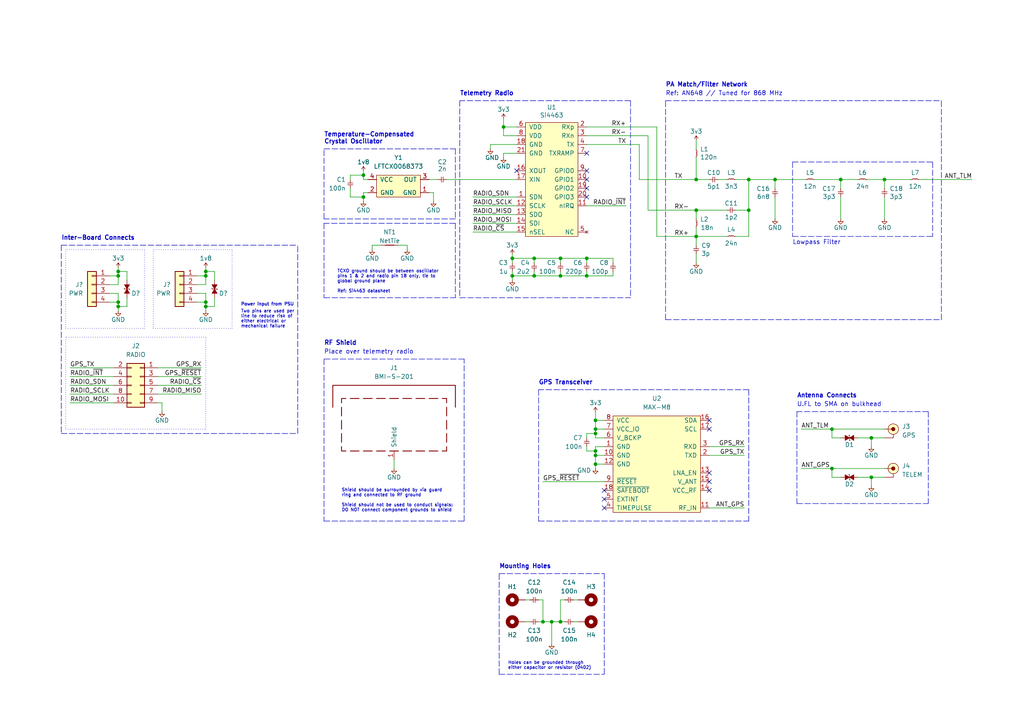
<source format=kicad_sch>
(kicad_sch (version 20211123) (generator eeschema)
  (paper "A4")
  (title_block (title "Lychee Flight Computer") (date "2021-12-31") (rev "1") (company "Cambridge University Spaceflight") (comment 1 "Drawn By H. Franks"))
  (lib_symbols
    (symbol "Strix:1v8" (power) (pin_numbers hide) (pin_names (offset 1.016) hide)
      (property "Value" "1v8" (at 0 2.286 0))
      (symbol "1v8_0_1"
        (polyline (pts (xy 0 1.27) (xy 0.508 0.508)))
        (polyline (pts (xy 0 0) (xy 0 1.27) (xy -0.508 0.508)))
      )
      (symbol "1v8_1_1"
        (pin power_in line (at 0 0 180) (length 0) hide (name "1v8") (number "1"))
      )
    )
    (symbol "Strix:3v3" (power) (pin_numbers hide) (pin_names (offset 1.016) hide)
      (property "Value" "3v3" (at 0 2.286 0))
      (symbol "3v3_0_1"
        (polyline (pts (xy 0 1.27) (xy 0.508 0.508)))
        (polyline (pts (xy 0 0) (xy 0 1.27) (xy -0.508 0.508)))
      )
      (symbol "3v3_1_1"
        (pin power_in line (at 0 0 180) (length 0) hide (name "3v3") (number "1"))
      )
    )
    (symbol "Strix:BMI-S-201" (pin_names (offset 1.016))
      (property "Reference" "J" (at 0 5.08 0))
      (property "Value" "BMI-S-201" (at 0 2.54 0))
      (symbol "BMI-S-201_0_1"
        (polyline (pts (xy -15.24 -5.08) (xy -15.24 -2.54)) (stroke (width 0.254)))
        (polyline (pts (xy -15.24 -1.27) (xy -15.24 1.27)) (stroke (width 0.254)))
        (polyline (pts (xy -15.24 2.54) (xy -15.24 5.08)) (stroke (width 0.254)))
        (polyline (pts (xy -12.7 7.62) (xy -10.16 7.62)) (stroke (width 0.254)))
        (polyline (pts (xy -10.16 -7.62) (xy -12.7 -7.62)) (stroke (width 0.254)))
        (polyline (pts (xy -6.35 -7.62) (xy -8.89 -7.62)) (stroke (width 0.254)))
        (polyline (pts (xy -6.35 7.62) (xy -8.89 7.62)) (stroke (width 0.254)))
        (polyline (pts (xy -2.54 -7.62) (xy -5.08 -7.62)) (stroke (width 0.254)))
        (polyline (pts (xy -2.54 7.62) (xy -5.08 7.62)) (stroke (width 0.254)))
        (polyline (pts (xy -1.27 -7.62) (xy 1.27 -7.62)) (stroke (width 0.254)))
        (polyline (pts (xy 1.27 7.62) (xy -1.27 7.62)) (stroke (width 0.254)))
        (polyline (pts (xy 2.54 -7.62) (xy 5.08 -7.62)) (stroke (width 0.254)))
        (polyline (pts (xy 5.08 7.62) (xy 2.54 7.62)) (stroke (width 0.254)))
        (polyline (pts (xy 6.35 -7.62) (xy 8.89 -7.62)) (stroke (width 0.254)))
        (polyline (pts (xy 8.89 7.62) (xy 6.35 7.62)) (stroke (width 0.254)))
        (polyline (pts (xy 10.16 -7.62) (xy 12.7 -7.62)) (stroke (width 0.254)))
        (polyline (pts (xy 12.7 7.62) (xy 10.16 7.62)) (stroke (width 0.254)))
        (polyline (pts (xy 15.24 -5.08) (xy 15.24 -2.54)) (stroke (width 0.254)))
        (polyline (pts (xy 15.24 -1.27) (xy 15.24 1.27)) (stroke (width 0.254)))
        (polyline (pts (xy 15.24 2.54) (xy 15.24 5.08)) (stroke (width 0.254)))
        (polyline (pts (xy -15.24 6.35) (xy -15.24 7.62) (xy -13.97 7.62)) (stroke (width 0.254)))
        (polyline (pts (xy -13.97 -7.62) (xy -15.24 -7.62) (xy -15.24 -6.35)) (stroke (width 0.254)))
        (polyline (pts (xy 13.97 -7.62) (xy 15.24 -7.62) (xy 15.24 -6.35)) (stroke (width 0.254)))
        (polyline (pts (xy 15.24 6.35) (xy 15.24 7.62) (xy 13.97 7.62)) (stroke (width 0.254)))
        (polyline (pts (xy -17.78 5.08) (xy -17.78 11.43) (xy 17.78 11.43) (xy 17.78 5.08)) (stroke (width 0.254)))
      )
      (symbol "BMI-S-201_1_1"
        (pin passive line (at 0 -10.16 90) (length 2.54) (name "Shield") (number "1"))
      )
    )
    (symbol "Strix:C" (pin_numbers hide) (pin_names (offset 1.016) hide)
      (property "Reference" "C" (at 1.27 1.778 0))
      (property "Value" "C" (at 1.27 -1.778 0))
      (symbol "C_0_1"
        (polyline (pts (xy 1.016 0.762) (xy 1.016 -0.762)))
        (polyline (pts (xy 1.524 0.762) (xy 1.524 -0.762)))
      )
      (symbol "C_1_1"
        (pin passive line (at 0 0 0) (length 1.016) (name "~") (number "1"))
        (pin passive line (at 2.54 0 180) (length 1.016) (name "~") (number "2"))
      )
    )
    (symbol "Strix:Coax" (pin_numbers hide) (pin_names (offset 1.016) hide)
      (property "Reference" "J" (at 0 2.54 0))
      (property "Value" "Coax" (at 0 -3.81 0))
      (symbol "Coax_0_1"
        (polyline (pts (xy 0 -1.524) (xy 0 -2.54)))
        (circle (center 0 0) (radius 0.508) (fill (type outline)))
        (circle (center 0 0) (radius 1.524) (fill (type background)))
      )
      (symbol "Coax_1_1"
        (pin bidirectional line (at -2.54 0 0) (length 2.54) (name "RF") (number "1"))
        (pin power_in line (at -2.54 -2.54 0) (length 2.54) (name "GND") (number "2"))
      )
    )
    (symbol "Strix:Conn_01x04" (pin_names (offset 1.016) hide)
      (property "Reference" "J" (at 0 5.08 0))
      (property "Value" "Conn_01x04" (at 0 -7.62 0))
      (symbol "Conn_01x04_1_1"
        (rectangle (start -1.27 -4.953) (end 0 -5.207) (stroke (width 0.1524)))
        (rectangle (start -1.27 -2.413) (end 0 -2.667) (stroke (width 0.1524)))
        (rectangle (start -1.27 0.127) (end 0 -0.127) (stroke (width 0.1524)))
        (rectangle (start -1.27 2.667) (end 0 2.413) (stroke (width 0.1524)))
        (rectangle (start -1.27 3.81) (end 1.27 -6.35) (stroke (width 0.254)) (fill (type background)))
        (pin passive line (at -5.08 2.54 0) (length 3.81) (name "Pin_1") (number "1"))
        (pin passive line (at -5.08 0 0) (length 3.81) (name "Pin_2") (number "2"))
        (pin passive line (at -5.08 -2.54 0) (length 3.81) (name "Pin_3") (number "3"))
        (pin passive line (at -5.08 -5.08 0) (length 3.81) (name "Pin_4") (number "4"))
      )
    )
    (symbol "Strix:Conn_02x05" (pin_names (offset 1.016) hide)
      (property "Reference" "J" (at 1.27 7.62 0))
      (property "Value" "Conn_02x05" (at 1.27 -7.62 0))
      (symbol "Conn_02x05_1_1"
        (rectangle (start -1.27 -4.953) (end 0 -5.207) (stroke (width 0.1524)))
        (rectangle (start -1.27 -2.413) (end 0 -2.667) (stroke (width 0.1524)))
        (rectangle (start -1.27 0.127) (end 0 -0.127) (stroke (width 0.1524)))
        (rectangle (start -1.27 2.667) (end 0 2.413) (stroke (width 0.1524)))
        (rectangle (start -1.27 5.207) (end 0 4.953) (stroke (width 0.1524)))
        (rectangle (start -1.27 6.35) (end 3.81 -6.35) (stroke (width 0.254)) (fill (type background)))
        (rectangle (start 3.81 -4.953) (end 2.54 -5.207) (stroke (width 0.1524)))
        (rectangle (start 3.81 -2.413) (end 2.54 -2.667) (stroke (width 0.1524)))
        (rectangle (start 3.81 0.127) (end 2.54 -0.127) (stroke (width 0.1524)))
        (rectangle (start 3.81 2.667) (end 2.54 2.413) (stroke (width 0.1524)))
        (rectangle (start 3.81 5.207) (end 2.54 4.953) (stroke (width 0.1524)))
        (pin passive line (at -5.08 5.08 0) (length 3.81) (name "Pin_1") (number "1"))
        (pin passive line (at 7.62 -5.08 180) (length 3.81) (name "Pin_10") (number "10"))
        (pin passive line (at 7.62 5.08 180) (length 3.81) (name "Pin_2") (number "2"))
        (pin passive line (at -5.08 2.54 0) (length 3.81) (name "Pin_3") (number "3"))
        (pin passive line (at 7.62 2.54 180) (length 3.81) (name "Pin_4") (number "4"))
        (pin passive line (at -5.08 0 0) (length 3.81) (name "Pin_5") (number "5"))
        (pin passive line (at 7.62 0 180) (length 3.81) (name "Pin_6") (number "6"))
        (pin passive line (at -5.08 -2.54 0) (length 3.81) (name "Pin_7") (number "7"))
        (pin passive line (at 7.62 -2.54 180) (length 3.81) (name "Pin_8") (number "8"))
        (pin passive line (at -5.08 -5.08 0) (length 3.81) (name "Pin_9") (number "9"))
      )
    )
    (symbol "Strix:D_ESD" (pin_numbers hide) (pin_names (offset 0) hide)
      (property "Reference" "D" (at -1.27 2.54 0))
      (symbol "D_ESD_0_1"
        (polyline (pts (xy 0 -0.762) (xy 0.254 -0.762)))
        (polyline (pts (xy 0 0.762) (xy -0.254 0.762)))
        (polyline (pts (xy 0 0.762) (xy 0 -0.762)))
        (polyline (pts (xy 0 0) (xy -1.27 0.762) (xy -1.27 -0.762) (xy 0 0)) (fill (type outline)))
        (polyline (pts (xy 0 0) (xy 1.27 0.762) (xy 1.27 -0.762) (xy 0 0)) (fill (type outline)))
      )
      (symbol "D_ESD_1_1"
        (pin passive line (at -2.54 0 0) (length 1.27) (name "1") (number "1"))
        (pin passive line (at 2.54 0 180) (length 1.27) (name "2") (number "2"))
      )
    )
    (symbol "Strix:GND" (power) (pin_numbers hide) (pin_names (offset 1.016) hide)
      (property "Value" "GND" (at 0 -2.54 0))
      (symbol "GND_0_1"
        (polyline (pts (xy 0 0) (xy 0 -0.762)))
        (polyline (pts (xy -0.762 -0.762) (xy 0.762 -0.762) (xy 0 -1.524) (xy -0.762 -0.762)) (fill (type background)))
      )
      (symbol "GND_1_1"
        (pin power_in line (at 0 0 180) (length 0) hide (name "GND") (number "1"))
      )
    )
    (symbol "Strix:L" (pin_numbers hide) (pin_names (offset 1.016) hide)
      (property "Reference" "L" (at 1.27 1.27 0))
      (property "Value" "L" (at 1.27 -1.27 0))
      (symbol "L_0_1"
        (arc (start 1.016 0) (mid 0.762 0.254) (end 0.508 0))
        (arc (start 1.524 0) (mid 1.27 0.254) (end 1.016 0))
        (arc (start 2.032 0) (mid 1.778 0.254) (end 1.524 0))
      )
      (symbol "L_1_1"
        (pin passive line (at 0 0 0) (length 0.508) (name "~") (number "1"))
        (pin passive line (at 2.54 0 180) (length 0.508) (name "~") (number "2"))
      )
    )
    (symbol "Strix:LFTCXO068373" (pin_names (offset 1.016))
      (property "Reference" "Y" (at 0 3.81 0))
      (property "Value" "LFTCXO068373" (at 0 -5.08 0))
      (symbol "LFTCXO068373_0_1"
        (rectangle (start -6.35 2.54) (end 6.35 -3.81) (fill (type background)))
      )
      (symbol "LFTCXO068373_1_1"
        (pin power_in line (at 8.89 -2.54 180) (length 2.54) (name "GND") (number "1"))
        (pin power_in line (at -8.89 -2.54 0) (length 2.54) (name "GND") (number "2"))
        (pin output line (at 8.89 1.27 180) (length 2.54) (name "OUT") (number "3"))
        (pin power_in line (at -8.89 1.27 0) (length 2.54) (name "VCC") (number "4"))
      )
    )
    (symbol "Strix:MAX-M8" (pin_names (offset 1.016))
      (property "Reference" "U" (at -12.7 15.24 0))
      (property "Value" "MAX-M8" (at -12.7 -15.24 0))
      (symbol "MAX-M8_0_0"
        (pin power_in line (at -15.24 5.08 0) (length 2.54) (name "GND") (number "1"))
        (pin power_in line (at -15.24 2.54 0) (length 2.54) (name "GND") (number "10"))
        (pin input line (at 15.24 -12.7 180) (length 2.54) (name "RF_IN") (number "11"))
        (pin power_in line (at -15.24 0 0) (length 2.54) (name "GND") (number "12"))
        (pin output line (at 15.24 -2.54 180) (length 2.54) (name "LNA_EN") (number "13"))
        (pin power_out line (at 15.24 -7.62 180) (length 2.54) (name "VCC_RF") (number "14"))
        (pin power_in line (at 15.24 -5.08 180) (length 2.54) (name "V_ANT") (number "15"))
        (pin bidirectional line (at 15.24 12.7 180) (length 2.54) (name "SDA") (number "16"))
        (pin bidirectional line (at 15.24 10.16 180) (length 2.54) (name "SCL") (number "17"))
        (pin input line (at -15.24 -7.62 0) (length 2.54) (name "~{SAFEBOOT}") (number "18"))
        (pin input line (at 15.24 2.54 180) (length 2.54) (name "TXD") (number "2"))
        (pin input line (at 15.24 5.08 180) (length 2.54) (name "RXD") (number "3"))
        (pin output line (at -15.24 -12.7 0) (length 2.54) (name "TIMEPULSE") (number "4"))
        (pin input line (at -15.24 -10.16 0) (length 2.54) (name "EXTINT") (number "5"))
        (pin power_in line (at -15.24 7.62 0) (length 2.54) (name "V_BCKP") (number "6"))
        (pin power_in line (at -15.24 10.16 0) (length 2.54) (name "VCC_IO") (number "7"))
        (pin power_in line (at -15.24 12.7 0) (length 2.54) (name "VCC") (number "8"))
        (pin input line (at -15.24 -5.08 0) (length 2.54) (name "~{RESET}") (number "9"))
      )
      (symbol "MAX-M8_0_1"
        (rectangle (start -12.7 13.97) (end 12.7 -13.97) (fill (type background)))
      )
    )
    (symbol "Strix:MountingHole_Pad" (pin_numbers hide) (pin_names (offset 1.016) hide)
      (property "Reference" "H" (at 0 6.35 0))
      (property "Value" "MountingHole_Pad" (at 0 4.445 0))
      (symbol "MountingHole_Pad_0_1"
        (circle (center 0 1.27) (radius 1.27) (stroke (width 1.27)))
      )
      (symbol "MountingHole_Pad_1_1"
        (pin input line (at 0 -2.54 90) (length 2.54) (name "1") (number "1"))
      )
    )
    (symbol "Strix:NetTie" (pin_numbers hide) (pin_names (offset 0) hide)
      (property "Reference" "NT" (at 0 1.27 0))
      (property "Value" "NetTie" (at 0 -1.27 0))
      (symbol "NetTie_0_1"
        (polyline (pts (xy -1.27 0) (xy 1.27 0)) (stroke (width 0.254)))
      )
      (symbol "NetTie_1_1"
        (pin passive line (at -2.54 0 0) (length 2.54) (name "1") (number "1"))
        (pin passive line (at 2.54 0 180) (length 2.54) (name "2") (number "2"))
      )
    )
    (symbol "Strix:Si4463" (pin_names (offset 1.016))
      (property "Reference" "U" (at -7.62 17.78 0))
      (property "Value" "Si4463" (at -7.62 -17.78 0))
      (symbol "Si4463_0_1"
        (rectangle (start -7.62 16.51) (end 7.62 -16.51) (fill (type background)))
      )
      (symbol "Si4463_1_1"
        (pin input line (at -10.16 -5.08 0) (length 2.54) (name "SDN") (number "1"))
        (pin bidirectional line (at 10.16 0 180) (length 2.54) (name "GPIO1") (number "10"))
        (pin output line (at 10.16 -7.62 180) (length 2.54) (name "nIRQ") (number "11"))
        (pin input line (at -10.16 -7.62 0) (length 2.54) (name "SCLK") (number "12"))
        (pin output line (at -10.16 -10.16 0) (length 2.54) (name "SDO") (number "13"))
        (pin input line (at -10.16 -12.7 0) (length 2.54) (name "SDI") (number "14"))
        (pin input line (at -10.16 -15.24 0) (length 2.54) (name "nSEL") (number "15"))
        (pin output line (at -10.16 2.54 0) (length 2.54) (name "XOUT") (number "16"))
        (pin input line (at -10.16 0 0) (length 2.54) (name "XIN") (number "17"))
        (pin power_in line (at -10.16 10.16 0) (length 2.54) (name "GND") (number "18"))
        (pin bidirectional line (at 10.16 -2.54 180) (length 2.54) (name "GPIO2") (number "19"))
        (pin input line (at 10.16 15.24 180) (length 2.54) (name "RXp") (number "2"))
        (pin bidirectional line (at 10.16 -5.08 180) (length 2.54) (name "GPIO3") (number "20"))
        (pin power_in line (at -10.16 7.62 0) (length 2.54) (name "GND") (number "21"))
        (pin input line (at 10.16 12.7 180) (length 2.54) (name "RXn") (number "3"))
        (pin output line (at 10.16 10.16 180) (length 2.54) (name "TX") (number "4"))
        (pin no_connect line (at 10.16 -15.24 180) (length 2.54) (name "NC") (number "5"))
        (pin power_in line (at -10.16 15.24 0) (length 2.54) (name "VDD") (number "6"))
        (pin output line (at 10.16 7.62 180) (length 2.54) (name "TXRAMP") (number "7"))
        (pin power_in line (at -10.16 12.7 0) (length 2.54) (name "VDD") (number "8"))
        (pin bidirectional line (at 10.16 2.54 180) (length 2.54) (name "GPIO0") (number "9"))
      )
    )
    (symbol "Strix:TCXO GND" (power) (pin_numbers hide) (pin_names (offset 1.016) hide)
      (property "Value" "TCXO GND" (at 0 -2.54 0))
      (symbol "TCXO GND_0_1"
        (polyline (pts (xy 0 0) (xy 0 -0.762)))
        (polyline (pts (xy -0.762 -0.762) (xy 0.762 -0.762) (xy 0 -1.524) (xy -0.762 -0.762)) (fill (type background)))
      )
      (symbol "TCXO GND_1_1"
        (pin power_in line (at 0 0 180) (length 0) hide (name "GND") (number "1"))
      )
    )
  )
  (junction (at 162.56 80.01))
  (junction (at 243.84 52.07))
  (junction (at 154.94 74.93))
  (junction (at 105.41 57.15))
  (junction (at 252.73 138.43))
  (junction (at 201.93 60.96))
  (junction (at 170.18 74.93))
  (junction (at 170.18 80.01))
  (junction (at 224.79 52.07))
  (junction (at 105.41 50.8))
  (junction (at 162.56 180.34))
  (junction (at 172.72 134.62))
  (junction (at 59.69 78.74))
  (junction (at 157.48 180.34))
  (junction (at 241.3 135.89))
  (junction (at 34.29 78.74))
  (junction (at 252.73 127))
  (junction (at 162.56 74.93))
  (junction (at 160.02 180.34))
  (junction (at 59.69 88.9))
  (junction (at 34.29 80.01))
  (junction (at 172.72 124.46))
  (junction (at 146.05 36.83))
  (junction (at 256.54 52.07))
  (junction (at 172.72 132.08))
  (junction (at 148.59 74.93))
  (junction (at 59.69 87.63))
  (junction (at 241.3 124.46))
  (junction (at 172.72 130.81))
  (junction (at 201.93 68.58))
  (junction (at 59.69 80.01))
  (junction (at 201.93 52.07))
  (junction (at 148.59 80.01))
  (junction (at 172.72 125.73))
  (junction (at 34.29 88.9))
  (junction (at 154.94 80.01))
  (junction (at 172.72 121.92))
  (junction (at 34.29 87.63))
  (junction (at 217.17 60.96))
  (junction (at 217.17 52.07))
  (no_connect (at 205.74 124.46))
  (no_connect (at 175.26 144.78))
  (no_connect (at 170.18 57.15))
  (no_connect (at 205.74 139.7))
  (no_connect (at 170.18 54.61))
  (no_connect (at 170.18 49.53))
  (no_connect (at 205.74 121.92))
  (no_connect (at 175.26 147.32))
  (no_connect (at 205.74 142.24))
  (no_connect (at 170.18 44.45))
  (no_connect (at 175.26 142.24))
  (no_connect (at 149.86 49.53))
  (no_connect (at 205.74 137.16))
  (no_connect (at 170.18 52.07))
  (polyline (pts (xy 193.04 29.21) (xy 273.05 29.21)))
  (wire (pts (xy 36.83 81.28) (xy 36.83 78.74)))
  (wire (pts (xy 101.6 54.61) (xy 101.6 57.15)))
  (polyline (pts (xy 182.88 29.21) (xy 133.35 29.21)))
  (wire (pts (xy 185.42 41.91) (xy 185.42 52.07)))
  (wire (pts (xy 170.18 59.69) (xy 181.61 59.69)))
  (wire (pts (xy 62.23 86.36) (xy 62.23 88.9)))
  (polyline (pts (xy 144.78 166.37) (xy 175.26 166.37)))
  (polyline (pts (xy 133.35 86.36) (xy 182.88 86.36)))
  (wire (pts (xy 157.48 139.7) (xy 175.26 139.7)))
  (polyline (pts (xy 273.05 92.71) (xy 273.05 29.21)))
  (wire (pts (xy 248.92 138.43) (xy 252.73 138.43)))
  (wire (pts (xy 172.72 135.89) (xy 172.72 134.62)))
  (wire (pts (xy 162.56 80.01) (xy 162.56 78.74)))
  (wire (pts (xy 170.18 125.73) (xy 170.18 127)))
  (wire (pts (xy 58.42 109.22) (xy 45.72 109.22)))
  (polyline (pts (xy 229.87 46.99) (xy 229.87 68.58)))
  (wire (pts (xy 57.15 82.55) (xy 59.69 82.55)))
  (polyline (pts (xy 19.05 97.79) (xy 19.05 124.46)) (stroke (width 0) (type dot)))
  (wire (pts (xy 154.94 74.93) (xy 154.94 76.2)))
  (polyline (pts (xy 134.62 104.14) (xy 93.98 104.14)))
  (wire (pts (xy 172.72 124.46) (xy 172.72 125.73)))
  (wire (pts (xy 58.42 111.76) (xy 45.72 111.76)))
  (wire (pts (xy 148.59 80.01) (xy 154.94 80.01)))
  (wire (pts (xy 62.23 81.28) (xy 62.23 78.74)))
  (wire (pts (xy 152.4 180.34) (xy 153.67 180.34)))
  (wire (pts (xy 152.4 173.99) (xy 153.67 173.99)))
  (polyline (pts (xy 231.14 119.38) (xy 231.14 146.05)))
  (wire (pts (xy 34.29 80.01) (xy 34.29 82.55)))
  (polyline (pts (xy 44.45 72.39) (xy 44.45 95.25)) (stroke (width 0) (type dot)))
  (wire (pts (xy 201.93 68.58) (xy 201.93 71.12)))
  (wire (pts (xy 156.21 180.34) (xy 157.48 180.34)))
  (wire (pts (xy 213.36 60.96) (xy 217.17 60.96)))
  (wire (pts (xy 34.29 87.63) (xy 34.29 88.9)))
  (wire (pts (xy 162.56 173.99) (xy 163.83 173.99)))
  (wire (pts (xy 59.69 85.09) (xy 59.69 87.63)))
  (wire (pts (xy 243.84 54.61) (xy 243.84 52.07)))
  (wire (pts (xy 31.75 85.09) (xy 34.29 85.09)))
  (polyline (pts (xy 17.78 71.12) (xy 17.78 125.73)))
  (wire (pts (xy 59.69 80.01) (xy 59.69 82.55)))
  (wire (pts (xy 59.69 77.47) (xy 59.69 78.74)))
  (polyline (pts (xy 144.78 195.58) (xy 144.78 166.37)))
  (wire (pts (xy 148.59 74.93) (xy 148.59 76.2)))
  (wire (pts (xy 170.18 74.93) (xy 170.18 76.2)))
  (wire (pts (xy 172.72 129.54) (xy 175.26 129.54)))
  (wire (pts (xy 157.48 173.99) (xy 157.48 180.34)))
  (wire (pts (xy 252.73 127) (xy 252.73 129.54)))
  (wire (pts (xy 256.54 138.43) (xy 252.73 138.43)))
  (wire (pts (xy 170.18 80.01) (xy 177.8 80.01)))
  (wire (pts (xy 170.18 41.91) (xy 185.42 41.91)))
  (polyline (pts (xy 17.78 125.73) (xy 86.36 125.73)))
  (wire (pts (xy 36.83 86.36) (xy 36.83 88.9)))
  (wire (pts (xy 243.84 127) (xy 241.3 127)))
  (wire (pts (xy 256.54 52.07) (xy 256.54 54.61)))
  (wire (pts (xy 172.72 132.08) (xy 172.72 130.81)))
  (wire (pts (xy 162.56 173.99) (xy 162.56 180.34)))
  (wire (pts (xy 232.41 124.46) (xy 241.3 124.46)))
  (wire (pts (xy 205.74 147.32) (xy 215.9 147.32)))
  (wire (pts (xy 170.18 129.54) (xy 170.18 130.81)))
  (wire (pts (xy 190.5 36.83) (xy 190.5 68.58)))
  (wire (pts (xy 170.18 130.81) (xy 172.72 130.81)))
  (wire (pts (xy 217.17 60.96) (xy 217.17 68.58)))
  (wire (pts (xy 31.75 82.55) (xy 34.29 82.55)))
  (wire (pts (xy 177.8 80.01) (xy 177.8 78.74)))
  (wire (pts (xy 172.72 127) (xy 175.26 127)))
  (wire (pts (xy 248.92 127) (xy 252.73 127)))
  (wire (pts (xy 156.21 173.99) (xy 157.48 173.99)))
  (wire (pts (xy 170.18 36.83) (xy 190.5 36.83)))
  (wire (pts (xy 101.6 50.8) (xy 105.41 50.8)))
  (wire (pts (xy 36.83 78.74) (xy 34.29 78.74)))
  (wire (pts (xy 266.7 52.07) (xy 281.94 52.07)))
  (polyline (pts (xy 132.08 64.77) (xy 93.98 64.77)))
  (wire (pts (xy 170.18 80.01) (xy 162.56 80.01)))
  (wire (pts (xy 205.74 129.54) (xy 215.9 129.54)))
  (wire (pts (xy 201.93 66.04) (xy 201.93 68.58)))
  (wire (pts (xy 105.41 50.8) (xy 105.41 52.07)))
  (wire (pts (xy 241.3 127) (xy 241.3 124.46)))
  (wire (pts (xy 34.29 80.01) (xy 31.75 80.01)))
  (wire (pts (xy 248.92 52.07) (xy 243.84 52.07)))
  (wire (pts (xy 233.68 52.07) (xy 224.79 52.07)))
  (wire (pts (xy 172.72 130.81) (xy 172.72 129.54)))
  (wire (pts (xy 58.42 106.68) (xy 45.72 106.68)))
  (wire (pts (xy 59.69 87.63) (xy 59.69 88.9)))
  (wire (pts (xy 201.93 73.66) (xy 201.93 76.2)))
  (wire (pts (xy 118.11 71.12) (xy 118.11 72.39)))
  (wire (pts (xy 34.29 78.74) (xy 34.29 80.01)))
  (polyline (pts (xy 133.35 29.21) (xy 133.35 86.36)))
  (wire (pts (xy 162.56 180.34) (xy 163.83 180.34)))
  (polyline (pts (xy 175.26 166.37) (xy 175.26 195.58)))
  (wire (pts (xy 62.23 88.9) (xy 59.69 88.9)))
  (polyline (pts (xy 229.87 68.58) (xy 270.51 68.58)))
  (wire (pts (xy 224.79 54.61) (xy 224.79 52.07)))
  (wire (pts (xy 201.93 43.18) (xy 201.93 40.64)))
  (polyline (pts (xy 17.78 71.12) (xy 86.36 71.12)))
  (wire (pts (xy 172.72 134.62) (xy 175.26 134.62)))
  (wire (pts (xy 106.68 52.07) (xy 105.41 52.07)))
  (wire (pts (xy 172.72 124.46) (xy 175.26 124.46)))
  (polyline (pts (xy 93.98 64.77) (xy 93.98 86.36)))
  (wire (pts (xy 20.32 116.84) (xy 33.02 116.84)))
  (wire (pts (xy 172.72 119.38) (xy 172.72 121.92)))
  (wire (pts (xy 34.29 77.47) (xy 34.29 78.74)))
  (wire (pts (xy 185.42 52.07) (xy 201.93 52.07)))
  (wire (pts (xy 160.02 186.69) (xy 160.02 180.34)))
  (polyline (pts (xy 132.08 63.5) (xy 93.98 63.5)))
  (wire (pts (xy 148.59 74.93) (xy 148.59 73.66)))
  (polyline (pts (xy 93.98 86.36) (xy 132.08 86.36)))
  (wire (pts (xy 187.96 39.37) (xy 187.96 60.96)))
  (wire (pts (xy 137.16 64.77) (xy 149.86 64.77)))
  (polyline (pts (xy 44.45 95.25) (xy 67.31 95.25)) (stroke (width 0) (type dot)))
  (wire (pts (xy 210.82 52.07) (xy 208.28 52.07)))
  (wire (pts (xy 101.6 52.07) (xy 101.6 50.8)))
  (wire (pts (xy 201.93 63.5) (xy 201.93 60.96)))
  (wire (pts (xy 146.05 34.29) (xy 146.05 36.83)))
  (wire (pts (xy 105.41 57.15) (xy 105.41 58.42)))
  (wire (pts (xy 59.69 88.9) (xy 59.69 90.17)))
  (wire (pts (xy 205.74 52.07) (xy 201.93 52.07)))
  (wire (pts (xy 142.24 41.91) (xy 142.24 43.18)))
  (polyline (pts (xy 93.98 43.18) (xy 132.08 43.18)))
  (wire (pts (xy 162.56 74.93) (xy 154.94 74.93)))
  (polyline (pts (xy 132.08 64.77) (xy 132.08 86.36)))
  (wire (pts (xy 148.59 80.01) (xy 148.59 81.28)))
  (wire (pts (xy 57.15 85.09) (xy 59.69 85.09)))
  (polyline (pts (xy 93.98 63.5) (xy 93.98 43.18)))
  (wire (pts (xy 146.05 39.37) (xy 146.05 36.83)))
  (wire (pts (xy 256.54 127) (xy 252.73 127)))
  (wire (pts (xy 213.36 52.07) (xy 217.17 52.07)))
  (polyline (pts (xy 217.17 113.03) (xy 217.17 151.13)))
  (wire (pts (xy 59.69 80.01) (xy 57.15 80.01)))
  (wire (pts (xy 146.05 44.45) (xy 146.05 45.72)))
  (wire (pts (xy 210.82 68.58) (xy 201.93 68.58)))
  (polyline (pts (xy 59.69 97.79) (xy 19.05 97.79)) (stroke (width 0) (type dot)))
  (polyline (pts (xy 67.31 72.39) (xy 44.45 72.39)) (stroke (width 0) (type dot)))
  (wire (pts (xy 105.41 49.53) (xy 105.41 50.8)))
  (wire (pts (xy 166.37 180.34) (xy 167.64 180.34)))
  (polyline (pts (xy 93.98 104.14) (xy 93.98 151.13)))
  (polyline (pts (xy 231.14 146.05) (xy 269.24 146.05)))
  (wire (pts (xy 264.16 52.07) (xy 256.54 52.07)))
  (wire (pts (xy 59.69 87.63) (xy 57.15 87.63)))
  (wire (pts (xy 142.24 41.91) (xy 149.86 41.91)))
  (wire (pts (xy 101.6 57.15) (xy 105.41 57.15)))
  (wire (pts (xy 106.68 55.88) (xy 105.41 55.88)))
  (wire (pts (xy 137.16 62.23) (xy 149.86 62.23)))
  (polyline (pts (xy 86.36 125.73) (xy 86.36 71.12)))
  (wire (pts (xy 36.83 88.9) (xy 34.29 88.9)))
  (wire (pts (xy 172.72 132.08) (xy 175.26 132.08)))
  (polyline (pts (xy 269.24 119.38) (xy 269.24 146.05)))
  (polyline (pts (xy 270.51 46.99) (xy 270.51 68.58)))
  (wire (pts (xy 154.94 80.01) (xy 162.56 80.01)))
  (wire (pts (xy 162.56 76.2) (xy 162.56 74.93)))
  (wire (pts (xy 34.29 88.9) (xy 34.29 90.17)))
  (polyline (pts (xy 41.91 72.39) (xy 19.05 72.39)) (stroke (width 0) (type dot)))
  (wire (pts (xy 146.05 36.83) (xy 149.86 36.83)))
  (wire (pts (xy 62.23 78.74) (xy 59.69 78.74)))
  (polyline (pts (xy 144.78 195.58) (xy 175.26 195.58)))
  (wire (pts (xy 251.46 52.07) (xy 256.54 52.07)))
  (wire (pts (xy 217.17 52.07) (xy 224.79 52.07)))
  (polyline (pts (xy 217.17 113.03) (xy 156.21 113.03)))
  (wire (pts (xy 59.69 78.74) (xy 59.69 80.01)))
  (wire (pts (xy 148.59 78.74) (xy 148.59 80.01)))
  (polyline (pts (xy 59.69 124.46) (xy 59.69 97.79)) (stroke (width 0) (type dot)))
  (wire (pts (xy 217.17 68.58) (xy 213.36 68.58)))
  (wire (pts (xy 105.41 55.88) (xy 105.41 57.15)))
  (wire (pts (xy 154.94 74.93) (xy 148.59 74.93)))
  (polyline (pts (xy 41.91 95.25) (xy 41.91 72.39)) (stroke (width 0) (type dot)))
  (polyline (pts (xy 132.08 43.18) (xy 132.08 63.5)))
  (wire (pts (xy 241.3 138.43) (xy 241.3 135.89)))
  (wire (pts (xy 160.02 180.34) (xy 162.56 180.34)))
  (wire (pts (xy 172.72 125.73) (xy 170.18 125.73)))
  (wire (pts (xy 115.57 71.12) (xy 118.11 71.12)))
  (polyline (pts (xy 193.04 92.71) (xy 273.05 92.71)))
  (polyline (pts (xy 182.88 29.21) (xy 182.88 86.36)))
  (wire (pts (xy 20.32 111.76) (xy 33.02 111.76)))
  (wire (pts (xy 232.41 135.89) (xy 241.3 135.89)))
  (wire (pts (xy 124.46 52.07) (xy 127 52.07)))
  (wire (pts (xy 20.32 106.68) (xy 33.02 106.68)))
  (wire (pts (xy 124.46 55.88) (xy 125.73 55.88)))
  (polyline (pts (xy 19.05 72.39) (xy 19.05 95.25)) (stroke (width 0) (type dot)))
  (wire (pts (xy 252.73 138.43) (xy 252.73 140.97)))
  (wire (pts (xy 46.99 116.84) (xy 46.99 119.38)))
  (wire (pts (xy 172.72 125.73) (xy 172.72 127)))
  (polyline (pts (xy 134.62 151.13) (xy 134.62 104.14)))
  (wire (pts (xy 34.29 87.63) (xy 31.75 87.63)))
  (wire (pts (xy 187.96 60.96) (xy 201.93 60.96)))
  (wire (pts (xy 243.84 57.15) (xy 243.84 63.5)))
  (wire (pts (xy 256.54 135.89) (xy 241.3 135.89)))
  (polyline (pts (xy 93.98 151.13) (xy 134.62 151.13)))
  (wire (pts (xy 129.54 52.07) (xy 149.86 52.07)))
  (wire (pts (xy 20.32 114.3) (xy 33.02 114.3)))
  (wire (pts (xy 170.18 78.74) (xy 170.18 80.01)))
  (wire (pts (xy 217.17 52.07) (xy 217.17 60.96)))
  (wire (pts (xy 58.42 114.3) (xy 45.72 114.3)))
  (wire (pts (xy 149.86 44.45) (xy 146.05 44.45)))
  (wire (pts (xy 154.94 80.01) (xy 154.94 78.74)))
  (wire (pts (xy 20.32 109.22) (xy 33.02 109.22)))
  (wire (pts (xy 172.72 134.62) (xy 172.72 132.08)))
  (wire (pts (xy 137.16 59.69) (xy 149.86 59.69)))
  (wire (pts (xy 190.5 68.58) (xy 201.93 68.58)))
  (polyline (pts (xy 193.04 92.71) (xy 193.04 29.21)))
  (wire (pts (xy 149.86 39.37) (xy 146.05 39.37)))
  (wire (pts (xy 170.18 74.93) (xy 177.8 74.93)))
  (wire (pts (xy 243.84 52.07) (xy 236.22 52.07)))
  (wire (pts (xy 166.37 173.99) (xy 167.64 173.99)))
  (wire (pts (xy 34.29 85.09) (xy 34.29 87.63)))
  (wire (pts (xy 256.54 124.46) (xy 241.3 124.46)))
  (polyline (pts (xy 229.87 46.99) (xy 270.51 46.99)))
  (polyline (pts (xy 156.21 151.13) (xy 217.17 151.13)))
  (polyline (pts (xy 19.05 124.46) (xy 59.69 124.46)) (stroke (width 0) (type dot)))
  (wire (pts (xy 170.18 39.37) (xy 187.96 39.37)))
  (wire (pts (xy 201.93 45.72) (xy 201.93 52.07)))
  (wire (pts (xy 137.16 67.31) (xy 149.86 67.31)))
  (wire (pts (xy 205.74 132.08) (xy 215.9 132.08)))
  (wire (pts (xy 177.8 74.93) (xy 177.8 76.2)))
  (wire (pts (xy 107.95 71.12) (xy 110.49 71.12)))
  (wire (pts (xy 125.73 55.88) (xy 125.73 58.42)))
  (polyline (pts (xy 19.05 95.25) (xy 41.91 95.25)) (stroke (width 0) (type dot)))
  (wire (pts (xy 224.79 57.15) (xy 224.79 63.5)))
  (wire (pts (xy 157.48 180.34) (xy 160.02 180.34)))
  (wire (pts (xy 243.84 138.43) (xy 241.3 138.43)))
  (wire (pts (xy 172.72 121.92) (xy 172.72 124.46)))
  (polyline (pts (xy 67.31 95.25) (xy 67.31 72.39)) (stroke (width 0) (type dot)))
  (wire (pts (xy 172.72 121.92) (xy 175.26 121.92)))
  (polyline (pts (xy 269.24 119.38) (xy 231.14 119.38)))
  (wire (pts (xy 162.56 74.93) (xy 170.18 74.93)))
  (wire (pts (xy 107.95 72.39) (xy 107.95 71.12)))
  (wire (pts (xy 137.16 57.15) (xy 149.86 57.15)))
  (wire (pts (xy 114.3 133.35) (xy 114.3 135.89)))
  (wire (pts (xy 46.99 116.84) (xy 45.72 116.84)))
  (polyline (pts (xy 156.21 113.03) (xy 156.21 151.13)))
  (wire (pts (xy 210.82 60.96) (xy 201.93 60.96)))
  (wire (pts (xy 256.54 57.15) (xy 256.54 63.5)))
  (text "Ref: AN648 // Tuned for 868 MHz" (at 193.04 27.94 0) (effects (font (size 1.27 1.27)) (justify left bottom)))
  (text "PA Match/Filter Network" (at 193.04 25.4 0) (effects (font (size 1.27 1.27) (thickness 0.254) bold) (justify left bottom)))
  (text "TCXO ground should be between oscillator\npins 1 & 2 and radio pin 18 only, tie to\nglobal ground plane\n\nRef: Si4463 datasheet" (at 97.79 85.09 0) (effects (font (size 0.9 0.9)) (justify left bottom)))
  (text "Holes can be grounded through\neither capacitor or resistor (0402)" (at 147.32 194.31 0) (effects (font (size 0.9 0.9)) (justify left bottom)))
  (text "Place over telemetry radio" (at 93.98 102.87 0) (effects (font (size 1.27 1.27)) (justify left bottom)))
  (text "Shield should be surrounded by via guard\nring and connected to RF ground\n\nShield should not be used to conduct signals:\nDO NOT connect component grounds to shield" (at 99.06 148.59 0) (effects (font (size 0.9 0.9)) (justify left bottom)))
  (text "Antenna Connects" (at 231.14 115.57 0) (effects (font (size 1.27 1.27) (thickness 0.254) bold) (justify left bottom)))
  (text "U.FL to SMA on bulkhead" (at 231.14 118.11 0) (effects (font (size 1.27 1.27)) (justify left bottom)))
  (text "Inter-Board Connects" (at 17.78 69.85 0) (effects (font (size 1.27 1.27) (thickness 0.254) bold) (justify left bottom)))
  (text "Lowpass Filter" (at 229.87 71.12 0) (effects (font (size 1.27 1.27)) (justify left bottom)))
  (text "Mounting Holes" (at 144.78 165.1 0) (effects (font (size 1.27 1.27) (thickness 0.254) bold) (justify left bottom)))
  (text "GPS Transceiver" (at 156.21 111.76 0) (effects (font (size 1.27 1.27) (thickness 0.254) bold) (justify left bottom)))
  (text "Two pins are used per\nline to reduce risk of\neither electrical or\nmechanical failure" (at 69.85 95.25 0) (effects (font (size 0.9 0.9)) (justify left bottom)))
  (text "Telemetry Radio" (at 133.35 27.94 0) (effects (font (size 1.27 1.27) (thickness 0.254) bold) (justify left bottom)))
  (text "Temperature-Compensated\nCrystal Oscillator" (at 93.98 41.91 0) (effects (font (size 1.27 1.27) (thickness 0.254) bold) (justify left bottom)))
  (text "RF Shield" (at 93.98 100.33 0) (effects (font (size 1.27 1.27) (thickness 0.254) bold) (justify left bottom)))
  (text "Power input from PSU" (at 69.85 88.9 0) (effects (font (size 0.9 0.9) (thickness 0.18) bold) (justify left bottom)))
  (label "ANT_TLM" (at 232.41 124.46 0))
  (label "RADIO_~{INT}" (at 181.61 59.69 180))
  (label "RX+" (at 195.58 68.58 0))
  (label "GPS_TX" (at 20.32 106.68 0))
  (label "TX" (at 195.58 52.07 0))
  (label "TX" (at 181.61 41.91 180))
  (label "RADIO_~{CS}" (at 58.42 111.76 180))
  (label "RADIO_SCLK" (at 137.16 59.69 0))
  (label "ANT_GPS" (at 215.9 147.32 180))
  (label "RADIO_MOSI" (at 20.32 116.84 0))
  (label "RADIO_SCLK" (at 20.32 114.3 0))
  (label "RX-" (at 195.58 60.96 0))
  (label "GPS_RX" (at 215.9 129.54 180))
  (label "RX-" (at 181.61 39.37 180))
  (label "RADIO_MOSI" (at 137.16 64.77 0))
  (label "ANT_GPS" (at 232.41 135.89 0))
  (label "RADIO_SDN" (at 137.16 57.15 0))
  (label "RADIO_~{INT}" (at 20.32 109.22 0))
  (label "GPS_~{RESET}" (at 157.48 139.7 0))
  (label "RADIO_MISO" (at 58.42 114.3 180))
  (label "RADIO_SDN" (at 20.32 111.76 0))
  (label "GPS_~{RESET}" (at 58.42 109.22 180))
  (label "GPS_RX" (at 58.42 106.68 180))
  (label "RADIO_~{CS}" (at 137.16 67.31 0))
  (label "GPS_TX" (at 215.9 132.08 180))
  (label "ANT_TLM" (at 281.94 52.07 180))
  (label "RADIO_MISO" (at 137.16 62.23 0))
  (label "RX+" (at 181.61 36.83 180))
  (symbol (lib_id "Strix:GND") (at 146.05 45.72 0) (unit 1)
    (property "Reference" "#PWR09" (effects hide))
    (property "Value" "GND" (at 146.05 48.26 0))
  )
  (symbol (lib_id "Strix:3v3") (at 146.05 34.29 0) (unit 1)
    (property "Reference" "#PWR08" (effects hide))
    (property "Value" "3v3" (at 146.05 31.75 0))
  )
  (symbol (lib_id "Strix:3v3") (at 148.59 73.66 0) (unit 1)
    (property "Reference" "#PWR010" (effects hide))
    (property "Value" "3v3" (at 148.59 71.12 0))
  )
  (symbol (lib_id "Strix:GND") (at 148.59 81.28 0) (unit 1)
    (property "Reference" "#PWR011" (effects hide))
    (property "Value" "GND" (at 148.59 83.82 0))
  )
  (symbol (lib_id "Strix:C") (at 177.8 76.2 90) (mirror x) (unit 1)
    (property "Reference" "C8" (at 176.53 76.2 90) (effects (justify left)))
    (property "Value" "100p" (at 176.53 78.74 90) (effects (justify left)))
    (property "Footprint" "Strix:C_0402" (effects hide))
    (property "Farnell" "2906905" (effects hide))
  )
  (symbol (lib_id "Strix:C") (at 170.18 76.2 90) (mirror x) (unit 1)
    (property "Reference" "C6" (at 168.91 76.2 90) (effects (justify left)))
    (property "Value" "220p" (at 168.91 78.74 90) (effects (justify left)))
    (property "Footprint" "Strix:C_0402" (effects hide))
    (property "Farnell" "3019240" (effects hide))
  )
  (symbol (lib_id "Strix:C") (at 162.56 76.2 90) (mirror x) (unit 1)
    (property "Reference" "C5" (at 161.29 76.2 90) (effects (justify left)))
    (property "Value" "100n" (at 161.29 78.74 90) (effects (justify left)))
    (property "Footprint" "Strix:C_0402" (effects hide))
    (property "Farnell" "9402047" (effects hide))
  )
  (symbol (lib_id "Strix:C") (at 154.94 76.2 90) (mirror x) (unit 1)
    (property "Reference" "C4" (at 153.67 76.2 90) (effects (justify left)))
    (property "Value" "2u2" (at 153.67 78.74 90) (effects (justify left)))
    (property "Footprint" "Strix:C_0402" (effects hide))
    (property "Farnell" "2672111" (effects hide))
  )
  (symbol (lib_id "Strix:C") (at 148.59 76.2 90) (mirror x) (unit 1)
    (property "Reference" "C3" (at 147.32 76.2 90) (effects (justify left)))
    (property "Value" "1u" (at 147.32 78.74 90) (effects (justify left)))
    (property "Footprint" "Strix:C_0402" (effects hide))
    (property "Farnell" "9402063" (effects hide))
  )
  (symbol (lib_id "Strix:GND") (at 172.72 135.89 0) (unit 1)
    (property "Reference" "#PWR013" (effects hide))
    (property "Value" "GND" (at 171.45 137.16 0) (effects (justify right bottom)))
  )
  (symbol (lib_id "Strix:3v3") (at 172.72 119.38 0) (unit 1)
    (property "Reference" "#PWR012" (effects hide))
    (property "Value" "3v3" (at 172.72 116.84 0))
  )
  (symbol (lib_id "Strix:C") (at 170.18 129.54 90) (unit 1)
    (property "Reference" "C7" (at 168.91 127 90) (effects (justify left)))
    (property "Value" "100n" (at 168.91 129.54 90) (effects (justify left)))
    (property "Footprint" "Strix:C_0402" (effects hide))
    (property "Farnell" "9402047" (effects hide))
  )
  (symbol (lib_id "Strix:GND") (at 243.84 63.5 0) (unit 1)
    (property "Reference" "#PWR018" (effects hide))
    (property "Value" "GND" (at 243.84 66.04 0))
  )
  (symbol (lib_id "Strix:3v3") (at 201.93 40.64 0) (unit 1)
    (property "Reference" "#PWR014" (effects hide))
    (property "Value" "3v3" (at 201.93 38.1 0))
  )
  (symbol (lib_id "Strix:L") (at 201.93 43.18 270) (unit 1)
    (property "Reference" "L1" (at 203.0476 43.2816 90) (effects (justify left)))
    (property "Value" "120n" (at 203.0476 45.593 90) (effects (justify left)))
    (property "Footprint" "Strix:L_0402" (effects hide))
    (property "Farnell" "3471254" (effects hide))
  )
  (symbol (lib_id "Strix:C") (at 210.82 60.96 0) (unit 1)
    (property "Reference" "C11" (at 212.09 59.69 0) (effects (justify bottom)))
    (property "Value" "1p2" (at 212.09 62.23 0) (effects (justify top)))
    (property "Footprint" "Strix:C_0402" (effects hide))
    (property "Farnell" "3369062" (effects hide))
  )
  (symbol (lib_id "Strix:L") (at 210.82 68.58 0) (unit 1)
    (property "Reference" "L4" (at 212.09 67.31 0) (effects (justify bottom)))
    (property "Value" "24n" (at 212.09 69.85 0) (effects (justify top)))
    (property "Footprint" "Strix:L_0402" (effects hide))
    (property "Farnell" "3263549" (effects hide))
  )
  (symbol (lib_id "Strix:GND") (at 201.93 76.2 0) (unit 1)
    (property "Reference" "#PWR015" (effects hide))
    (property "Value" "GND" (at 201.93 78.74 0))
  )
  (symbol (lib_id "Strix:C") (at 201.93 71.12 270) (unit 1)
    (property "Reference" "C9" (at 203.4032 71.2216 90) (effects (justify left)))
    (property "Value" "3p" (at 203.4032 73.533 90) (effects (justify left)))
    (property "Footprint" "Strix:C_0402" (effects hide))
    (property "Farnell" "1758933" (effects hide))
  )
  (symbol (lib_id "Strix:L") (at 201.93 63.5 270) (unit 1)
    (property "Reference" "L2" (at 203.0476 63.6016 90) (effects (justify left)))
    (property "Value" "18n" (at 203.2 66.04 90) (effects (justify left)))
    (property "Footprint" "Strix:L_0402" (effects hide))
    (property "Farnell" "1343084" (effects hide))
  )
  (symbol (lib_id "Strix:L") (at 210.82 52.07 0) (unit 1)
    (property "Reference" "L3" (at 212.09 50.8 0) (effects (justify bottom)))
    (property "Value" "3n3" (at 212.09 53.34 0) (effects (justify top)))
    (property "Footprint" "Strix:L_0402" (effects hide))
    (property "Farnell" "1343068" (effects hide))
  )
  (symbol (lib_id "Strix:L") (at 248.92 52.07 0) (unit 1)
    (property "Reference" "L6" (at 250.19 50.8 0) (effects (justify bottom)))
    (property "Value" "24n" (at 250.19 53.34 0) (effects (justify top)))
    (property "Footprint" "Strix:L_0402" (effects hide))
    (property "Farnell" "3263549" (effects hide))
  )
  (symbol (lib_id "Strix:C") (at 243.84 54.61 90) (mirror x) (unit 1)
    (property "Reference" "C17" (at 242.3668 54.7116 90) (effects (justify left)))
    (property "Value" "3p3" (at 242.3668 57.023 90) (effects (justify left)))
    (property "Footprint" "Strix:C_0402" (effects hide))
    (property "Farnell" "3013357" (effects hide))
  )
  (symbol (lib_id "Strix:C") (at 256.54 54.61 270) (unit 1)
    (property "Reference" "C18" (at 258.0132 54.7116 90) (effects (justify left)))
    (property "Value" "3p3" (at 258.0132 57.023 90) (effects (justify left)))
    (property "Footprint" "Strix:C_0402" (effects hide))
    (property "Farnell" "3013357" (effects hide))
  )
  (symbol (lib_id "Strix:C") (at 205.74 52.07 0) (unit 1)
    (property "Reference" "C10" (at 207.01 50.8 0) (effects (justify bottom)))
    (property "Value" "5p1" (at 207.01 53.34 0) (effects (justify top)))
    (property "Footprint" "Strix:C_0402" (effects hide))
    (property "Farnell" "2781439" (effects hide))
  )
  (symbol (lib_id "Strix:C") (at 224.79 54.61 90) (mirror x) (unit 1)
    (property "Reference" "C16" (at 223.3168 54.7116 90) (effects (justify left)))
    (property "Value" "6n8" (at 223.3168 57.023 90) (effects (justify left)))
    (property "Footprint" "Strix:C_0402" (effects hide))
    (property "Farnell" "2627370" (effects hide))
  )
  (symbol (lib_id "Strix:GND") (at 224.79 63.5 0) (unit 1)
    (property "Reference" "#PWR017" (effects hide))
    (property "Value" "GND" (at 224.79 66.04 0))
  )
  (symbol (lib_id "Strix:L") (at 233.68 52.07 0) (unit 1)
    (property "Reference" "L5" (at 234.95 50.8 0) (effects (justify bottom)))
    (property "Value" "12n" (at 234.95 53.34 0) (effects (justify top)))
    (property "Footprint" "Strix:L_0402" (effects hide))
    (property "Farnell" "1343082" (effects hide))
  )
  (symbol (lib_id "Strix:L") (at 264.16 52.07 0) (unit 1)
    (property "Reference" "L7" (at 265.43 50.8 0) (effects (justify bottom)))
    (property "Value" "12n" (at 265.43 53.34 0) (effects (justify top)))
    (property "Footprint" "Strix:L_0402" (effects hide))
    (property "Farnell" "1343082" (effects hide))
  )
  (symbol (lib_id "Strix:GND") (at 256.54 63.5 0) (unit 1)
    (property "Reference" "#PWR019" (effects hide))
    (property "Value" "GND" (at 256.54 66.04 0))
  )
  (symbol (lib_id "Strix:Si4463") (at 160.02 52.07 0) (unit 1)
    (property "Reference" "U1" (at 160.02 31.115 0))
    (property "Value" "Si4463" (at 160.02 33.4264 0))
    (property "Footprint" "Strix:Si4463" (effects hide))
    (property "Farnell" "2462637" (effects hide))
  )
  (symbol (lib_id "Strix:GND") (at 114.3 135.89 0) (unit 1)
    (property "Reference" "#PWR04" (effects hide))
    (property "Value" "GND" (at 114.3 138.43 0))
  )
  (symbol (lib_id "Strix:BMI-S-201") (at 114.3 123.19 0) (unit 1)
    (property "Reference" "J1" (at 114.3 106.68 0))
    (property "Value" "BMI-S-201" (at 114.3 109.22 0))
    (property "Footprint" "Strix:BMI-S-201" (effects hide))
    (property "Farnell" "2497715" (effects hide))
  )
  (symbol (lib_id "Strix:D_ESD") (at 246.38 127 0) (unit 1)
    (property "Reference" "D1" (at 246.38 128.27 0) (effects (justify top)))
    (property "Value" "D_ESD" (effects hide))
    (property "Footprint" "Strix:D_0402" (effects hide))
    (property "Farnell" "2368169" (effects hide))
  )
  (symbol (lib_id "Strix:D_ESD") (at 246.38 138.43 0) (unit 1)
    (property "Reference" "D2" (at 246.38 139.7 0) (effects (justify top)))
    (property "Value" "D_ESD" (effects hide))
    (property "Footprint" "Strix:D_0402" (effects hide))
    (property "Farnell" "2368169" (effects hide))
  )
  (symbol (lib_id "Strix:GND") (at 59.69 90.17 0) (unit 1)
    (property "Reference" "#PWR?" (effects hide))
    (property "Value" "GND" (at 59.69 92.71 0))
  )
  (symbol (lib_id "Strix:1v8") (at 59.69 77.47 0) (unit 1)
    (property "Reference" "#PWR?" (effects hide))
    (property "Value" "1v8" (at 59.69 74.93 0))
  )
  (symbol (lib_id "Strix:MountingHole_Pad") (at 149.86 180.34 90) (unit 1)
    (property "Reference" "H2" (at 148.59 184.15 90))
    (property "Value" "MountingHole_Pad" (effects hide))
    (property "Footprint" "Strix:MountingHole_Pad" (effects hide))
  )
  (symbol (lib_id "Strix:GND") (at 252.73 129.54 0) (unit 1)
    (property "Reference" "#PWR021" (effects hide))
    (property "Value" "GND" (at 252.73 132.08 0))
  )
  (symbol (lib_id "Strix:C") (at 101.6 52.07 270) (unit 1)
    (property "Reference" "C1" (at 100.33 52.07 90) (effects (justify right)))
    (property "Value" "100n" (at 100.33 54.61 90) (effects (justify right)))
    (property "Footprint" "Strix:C_0402" (effects hide))
    (property "Farnell" "9402047" (effects hide))
  )
  (symbol (lib_id "Strix:TCXO GND") (at 142.24 43.18 0) (unit 1)
    (property "Reference" "#PWR07" (effects hide))
    (property "Value" "TCXO GND" (at 144.78 45.72 0) (effects (justify right)))
  )
  (symbol (lib_id "Strix:Conn_02x05") (at 40.64 111.76 0) (mirror y) (unit 1)
    (property "Reference" "J2" (at 39.37 100.33 0))
    (property "Value" "RADIO" (at 39.37 102.87 0))
    (property "Footprint" "Strix:Molex_Nano-Fit_105314-1110" (effects hide))
  )
  (symbol (lib_id "Strix:D_ESD") (at 36.83 83.82 270) (mirror x) (unit 1)
    (property "Reference" "D?" (at 38.1 85.09 90) (effects (justify left)))
    (property "Value" "D_ESD" (effects hide))
    (property "Footprint" "Strix:D_0402" (effects hide))
    (property "Farnell" "2368169" (effects hide))
  )
  (symbol (lib_id "Strix:D_ESD") (at 62.23 83.82 270) (mirror x) (unit 1)
    (property "Reference" "D?" (at 63.5 85.09 90) (effects (justify left)))
    (property "Value" "D_ESD" (effects hide))
    (property "Footprint" "Strix:D_0402" (effects hide))
    (property "Farnell" "2368169" (effects hide))
  )
  (symbol (lib_id "Strix:C") (at 156.21 180.34 180) (unit 1)
    (property "Reference" "C13" (at 154.94 182.88 0))
    (property "Value" "100n" (at 154.94 185.42 0))
    (property "Footprint" "Strix:C_0402" (effects hide))
    (property "Farnell" "2496771" (effects hide))
  )
  (symbol (lib_id "Strix:GND") (at 34.29 90.17 0) (unit 1)
    (property "Reference" "#PWR?" (effects hide))
    (property "Value" "GND" (at 34.29 92.71 0))
  )
  (symbol (lib_id "Strix:C") (at 166.37 173.99 180) (unit 1)
    (property "Reference" "C14" (at 165.1 168.91 0))
    (property "Value" "100n" (at 165.1 171.45 0))
    (property "Footprint" "Strix:C_0402" (effects hide))
    (property "Farnell" "2496771" (effects hide))
  )
  (symbol (lib_id "Strix:MountingHole_Pad") (at 149.86 173.99 90) (unit 1)
    (property "Reference" "H1" (at 148.59 170.18 90))
    (property "Value" "MountingHole_Pad" (effects hide))
    (property "Footprint" "Strix:MountingHole_Pad" (effects hide))
  )
  (symbol (lib_id "Strix:GND") (at 252.73 140.97 0) (unit 1)
    (property "Reference" "#PWR022" (effects hide))
    (property "Value" "GND" (at 252.73 143.51 0))
  )
  (symbol (lib_id "Strix:NetTie") (at 113.03 71.12 0) (unit 1)
    (property "Reference" "NT1" (at 113.03 67.31 0))
    (property "Value" "NetTie" (at 113.03 69.85 0))
  )
  (symbol (lib_id "Strix:Conn_01x04") (at 52.07 82.55 0) (mirror y) (unit 1)
    (property "Reference" "J?" (at 49.53 82.5499 0) (effects (justify left)))
    (property "Value" "PWR" (at 49.53 85.0899 0) (effects (justify left)))
    (property "Footprint" "Strix:Molex_Nano-Fit_105313-1104" (effects hide))
  )
  (symbol (lib_id "Strix:MountingHole_Pad") (at 170.18 173.99 270) (unit 1)
    (property "Reference" "H3" (at 171.45 170.18 90))
    (property "Value" "MountingHole_Pad" (effects hide))
    (property "Footprint" "Strix:MountingHole_Pad" (effects hide))
  )
  (symbol (lib_id "Strix:GND") (at 46.99 119.38 0) (mirror y) (unit 1)
    (property "Reference" "#PWR020" (effects hide))
    (property "Value" "GND" (at 46.99 121.92 0))
  )
  (symbol (lib_id "Strix:Conn_01x04") (at 26.67 82.55 0) (mirror y) (unit 1)
    (property "Reference" "J?" (at 24.13 82.5499 0) (effects (justify left)))
    (property "Value" "PWR" (at 24.13 85.0899 0) (effects (justify left)))
    (property "Footprint" "Strix:Molex_Nano-Fit_105313-1104" (effects hide))
  )
  (symbol (lib_id "Strix:1v8") (at 105.41 49.53 0) (unit 1)
    (property "Reference" "#PWR01" (effects hide))
    (property "Value" "1v8" (at 105.41 46.99 0))
  )
  (symbol (lib_id "Strix:TCXO GND") (at 107.95 72.39 0) (unit 1)
    (property "Reference" "#PWR03" (effects hide))
    (property "Value" "TCXO GND" (at 107.95 74.93 0))
  )
  (symbol (lib_id "Strix:3v3") (at 34.29 77.47 0) (unit 1)
    (property "Reference" "#PWR?" (effects hide))
    (property "Value" "3v3" (at 34.29 74.93 0))
  )
  (symbol (lib_id "Strix:MountingHole_Pad") (at 170.18 180.34 270) (unit 1)
    (property "Reference" "H4" (at 171.45 184.15 90))
    (property "Value" "MountingHole_Pad" (effects hide))
    (property "Footprint" "Strix:MountingHole_Pad" (effects hide))
  )
  (symbol (lib_id "Strix:GND") (at 118.11 72.39 0) (unit 1)
    (property "Reference" "#PWR05" (effects hide))
    (property "Value" "GND" (at 118.11 74.93 0))
  )
  (symbol (lib_id "Strix:Coax") (at 259.08 135.89 0) (unit 1)
    (property "Reference" "J4" (at 261.62 135.1279 0) (effects (justify left)))
    (property "Value" "TELEM" (at 261.62 137.6679 0) (effects (justify left)))
    (property "Footprint" "Strix:SMA-Edge" (effects hide))
    (property "Farnell" "1608592" (effects hide))
  )
  (symbol (lib_id "Strix:C") (at 127 52.07 0) (unit 1)
    (property "Reference" "C2" (at 128.27 46.99 0))
    (property "Value" "2n" (at 128.27 48.26 0) (effects (justify top)))
    (property "Footprint" "Strix:C_0402" (effects hide))
    (property "Farnell" "2332520" (effects hide))
  )
  (symbol (lib_id "Strix:C") (at 156.21 173.99 180) (unit 1)
    (property "Reference" "C12" (at 154.94 168.91 0))
    (property "Value" "100n" (at 154.94 171.45 0))
    (property "Footprint" "Strix:C_0402" (effects hide))
    (property "Farnell" "2496771" (effects hide))
  )
  (symbol (lib_id "Strix:Coax") (at 259.08 124.46 0) (unit 1)
    (property "Reference" "J3" (at 261.62 123.6979 0) (effects (justify left)))
    (property "Value" "GPS" (at 261.62 126.2379 0) (effects (justify left)))
    (property "Footprint" "Strix:SMA-Edge" (effects hide))
    (property "Farnell" "1608592" (effects hide))
  )
  (symbol (lib_id "Strix:TCXO GND") (at 125.73 58.42 0) (unit 1)
    (property "Reference" "#PWR06" (effects hide))
    (property "Value" "TCXO GND" (at 125.73 60.96 0))
  )
  (symbol (lib_id "Strix:C") (at 166.37 180.34 180) (unit 1)
    (property "Reference" "C15" (at 165.1 182.88 0))
    (property "Value" "100n" (at 165.1 185.42 0))
    (property "Footprint" "Strix:C_0402" (effects hide))
    (property "Farnell" "2496771" (effects hide))
  )
  (symbol (lib_id "Strix:TCXO GND") (at 105.41 58.42 0) (unit 1)
    (property "Reference" "#PWR02" (effects hide))
    (property "Value" "TCXO GND" (at 105.41 60.96 0))
  )
  (symbol (lib_id "Strix:LFTCXO068373") (at 115.57 53.34 0) (unit 1)
    (property "Reference" "Y1" (at 115.57 45.72 0))
    (property "Value" "LFTCXO068373" (at 115.57 48.26 0))
    (property "Footprint" "Strix:LFTCXO068373" (effects hide))
    (property "Farnell" "2627327" (effects hide))
  )
  (symbol (lib_id "Strix:MAX-M8") (at 190.5 134.62 0) (unit 1)
    (property "Reference" "U2" (at 190.5 115.57 0))
    (property "Value" "MAX-M8" (at 190.5 118.11 0))
    (property "Footprint" "Strix:MAX-M8" (effects hide))
    (property "Datasheet" "https://www.u-blox.com/sites/default/files/MAX-M8-FW3_DataSheet_%28UBX-15031506%29.pdf" (effects hide))
  )
  (symbol (lib_id "Strix:GND") (at 160.02 186.69 0) (unit 1)
    (property "Reference" "#PWR016" (effects hide))
    (property "Value" "GND" (at 160.02 189.23 0))
  )
)
</source>
